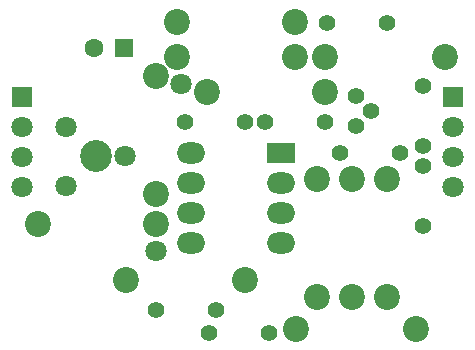
<source format=gts>
G04 #@! TF.FileFunction,Soldermask,Top*
%FSLAX46Y46*%
G04 Gerber Fmt 4.6, Leading zero omitted, Abs format (unit mm)*
G04 Created by KiCad (PCBNEW (2016-08-20 BZR 7083)-product) date Sun Jan  1 23:07:31 2017*
%MOMM*%
%LPD*%
G01*
G04 APERTURE LIST*
%ADD10C,0.100000*%
%ADD11C,1.400000*%
%ADD12R,1.600000X1.600000*%
%ADD13C,1.600000*%
%ADD14R,2.400000X1.800000*%
%ADD15O,2.400000X1.800000*%
%ADD16C,2.200000*%
%ADD17C,1.800000*%
%ADD18C,2.700000*%
%ADD19R,1.800000X1.800000*%
G04 APERTURE END LIST*
D10*
D11*
X35200000Y22740000D03*
X35200000Y17660000D03*
X35200000Y10860000D03*
X35200000Y15940000D03*
X27060000Y28100000D03*
X32140000Y28100000D03*
X22140000Y1800000D03*
X17060000Y1800000D03*
D12*
X9850000Y26000000D03*
D13*
X7350000Y26000000D03*
D11*
X33240000Y17100000D03*
X28160000Y17100000D03*
X26940000Y19700000D03*
X21860000Y19700000D03*
X20140000Y19700000D03*
X15060000Y19700000D03*
X12560000Y3800000D03*
X17640000Y3800000D03*
D14*
X23210000Y17110000D03*
D15*
X23210000Y14570000D03*
X23210000Y12030000D03*
X23210000Y9490000D03*
X15590000Y9490000D03*
X15590000Y12030000D03*
X15590000Y14570000D03*
X15590000Y17110000D03*
D16*
X37080000Y25200000D03*
X26920000Y25200000D03*
X34580000Y2200000D03*
X24420000Y2200000D03*
X24400000Y28200000D03*
X14400000Y28200000D03*
X14400000Y25200000D03*
X24400000Y25200000D03*
X32200000Y4900000D03*
X32200000Y14900000D03*
X29200000Y4900000D03*
X29200000Y14900000D03*
X26200000Y4900000D03*
X26200000Y14900000D03*
X26900000Y22200000D03*
X16900000Y22200000D03*
X12600000Y23600000D03*
X12600000Y13600000D03*
X20100000Y6300000D03*
X10100000Y6300000D03*
X12600000Y11100000D03*
X2600000Y11100000D03*
D17*
X10000000Y16800000D03*
X5000000Y14300000D03*
X5000000Y19300000D03*
D18*
X7500000Y16800000D03*
D11*
X30835000Y20600000D03*
X29565000Y21870000D03*
X29565000Y19330000D03*
D17*
X37750000Y14190000D03*
X37750000Y16730000D03*
D19*
X37750000Y21810000D03*
D17*
X37750000Y19270000D03*
X1250000Y14190000D03*
X1250000Y16730000D03*
D19*
X1250000Y21810000D03*
D17*
X1250000Y19270000D03*
X14700000Y22900000D03*
X12600000Y8800000D03*
M02*

</source>
